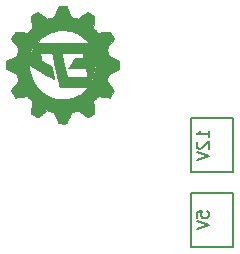
<source format=gbo>
G04 #@! TF.FileFunction,Legend,Bot*
%FSLAX46Y46*%
G04 Gerber Fmt 4.6, Leading zero omitted, Abs format (unit mm)*
G04 Created by KiCad (PCBNEW 4.0.6+dfsg1-1) date Mon Feb 26 15:47:50 2018*
%MOMM*%
%LPD*%
G01*
G04 APERTURE LIST*
%ADD10C,0.100000*%
%ADD11C,0.200000*%
%ADD12C,0.010000*%
%ADD13C,0.150000*%
G04 APERTURE END LIST*
D10*
D11*
X16581120Y4902200D02*
X20137120Y4902200D01*
X20137120Y4902200D02*
X20137120Y330200D01*
X20137120Y330200D02*
X16581120Y330200D01*
X16581120Y330200D02*
X16581120Y4902200D01*
X16581120Y6680200D02*
X20137120Y6680200D01*
X20137120Y6680200D02*
X20137120Y11252200D01*
X20137120Y11252200D02*
X16581120Y11252200D01*
X16581120Y11252200D02*
X16581120Y6680200D01*
D12*
G36*
X5601568Y20718792D02*
X5523898Y20718382D01*
X5456482Y20717720D01*
X5404129Y20716807D01*
X5371649Y20715643D01*
X5363241Y20714625D01*
X5356845Y20701098D01*
X5340602Y20664568D01*
X5315792Y20607972D01*
X5283693Y20534244D01*
X5245582Y20446321D01*
X5202738Y20347136D01*
X5158698Y20244877D01*
X5112530Y20137671D01*
X5069881Y20038906D01*
X5032028Y19951521D01*
X5000249Y19878457D01*
X4975824Y19822651D01*
X4960030Y19787044D01*
X4954183Y19774603D01*
X4939469Y19769484D01*
X4903302Y19759630D01*
X4851727Y19746636D01*
X4811275Y19736899D01*
X4731399Y19716680D01*
X4641006Y19691770D01*
X4556261Y19666672D01*
X4534249Y19659745D01*
X4395745Y19615352D01*
X3988340Y19920674D01*
X3881107Y20000894D01*
X3794036Y20065577D01*
X3724806Y20116244D01*
X3671099Y20154419D01*
X3630594Y20181626D01*
X3600972Y20199389D01*
X3579913Y20209231D01*
X3565098Y20212675D01*
X3554208Y20211245D01*
X3549269Y20209050D01*
X3527940Y20196928D01*
X3486497Y20172775D01*
X3429064Y20139015D01*
X3359763Y20098074D01*
X3282717Y20052379D01*
X3260389Y20039105D01*
X3003174Y19886106D01*
X3009503Y19832825D01*
X3012450Y19806106D01*
X3017866Y19755091D01*
X3025357Y19683562D01*
X3034532Y19595300D01*
X3044994Y19494085D01*
X3056352Y19383698D01*
X3063488Y19314102D01*
X3111145Y18848660D01*
X2944385Y18679102D01*
X2885538Y18619042D01*
X2830663Y18562619D01*
X2784126Y18514354D01*
X2750294Y18478770D01*
X2737411Y18464833D01*
X2697198Y18420121D01*
X2198316Y18476303D01*
X2083017Y18489157D01*
X1976940Y18500734D01*
X1883260Y18510704D01*
X1805154Y18518741D01*
X1745795Y18524518D01*
X1708360Y18527708D01*
X1696007Y18528070D01*
X1688460Y18515032D01*
X1669111Y18480793D01*
X1639895Y18428805D01*
X1602752Y18362517D01*
X1559616Y18285381D01*
X1528871Y18230322D01*
X1365163Y17936989D01*
X1615723Y17581211D01*
X1680401Y17489305D01*
X1741921Y17401759D01*
X1797817Y17322091D01*
X1845625Y17253817D01*
X1882881Y17200455D01*
X1907120Y17165521D01*
X1911701Y17158843D01*
X1957118Y17092253D01*
X1918981Y16961287D01*
X1899032Y16889328D01*
X1876624Y16803096D01*
X1855168Y16715922D01*
X1844521Y16670259D01*
X1808198Y16510196D01*
X883920Y16085466D01*
X883920Y15402180D01*
X1346059Y15189502D01*
X1808198Y14976825D01*
X1844521Y14817018D01*
X1863887Y14735421D01*
X1886182Y14647022D01*
X1907986Y14565181D01*
X1918981Y14526246D01*
X1957118Y14395280D01*
X1911701Y14328690D01*
X1892118Y14300354D01*
X1858735Y14252471D01*
X1814015Y14188558D01*
X1760424Y14112132D01*
X1700426Y14026710D01*
X1636485Y13935809D01*
X1615723Y13906322D01*
X1365163Y13550544D01*
X1528871Y13257211D01*
X1574893Y13174817D01*
X1616198Y13101000D01*
X1650848Y13039210D01*
X1676907Y12992899D01*
X1692439Y12965515D01*
X1695981Y12959488D01*
X1710283Y12959992D01*
X1749448Y12963376D01*
X1810303Y12969315D01*
X1889671Y12977482D01*
X1984379Y12987551D01*
X2091251Y12999196D01*
X2198291Y13011100D01*
X2697198Y13067100D01*
X2737411Y13022545D01*
X2760921Y12997399D01*
X2799904Y12956699D01*
X2849995Y12904963D01*
X2906826Y12846709D01*
X2944385Y12808431D01*
X3111145Y12638874D01*
X3063488Y12173431D01*
X3051780Y12059334D01*
X3040729Y11952122D01*
X3030728Y11855577D01*
X3022172Y11773478D01*
X3015454Y11709609D01*
X3010967Y11667748D01*
X3009503Y11654708D01*
X3003174Y11601427D01*
X3260389Y11448429D01*
X3338860Y11401839D01*
X3410738Y11359327D01*
X3471899Y11323319D01*
X3518220Y11296240D01*
X3545577Y11280516D01*
X3549269Y11278484D01*
X3559026Y11275100D01*
X3571486Y11275789D01*
X3588970Y11282074D01*
X3613797Y11295479D01*
X3648286Y11317527D01*
X3694757Y11349741D01*
X3755529Y11393645D01*
X3832923Y11450762D01*
X3929257Y11522616D01*
X3988340Y11566859D01*
X4395745Y11872181D01*
X4534249Y11827789D01*
X4614119Y11803517D01*
X4704511Y11778076D01*
X4789261Y11755968D01*
X4811275Y11750634D01*
X4869822Y11736423D01*
X4917040Y11724276D01*
X4946881Y11715787D01*
X4954152Y11712930D01*
X4960533Y11699278D01*
X4976757Y11662627D01*
X5001546Y11605919D01*
X5033621Y11532096D01*
X5071705Y11444097D01*
X5114520Y11344863D01*
X5158376Y11242947D01*
X5204506Y11135781D01*
X5247134Y11037070D01*
X5284981Y10949754D01*
X5316765Y10876772D01*
X5341209Y10821062D01*
X5357032Y10785563D01*
X5362911Y10773238D01*
X5378267Y10771292D01*
X5416984Y10769581D01*
X5474200Y10768131D01*
X5545055Y10766964D01*
X5624688Y10766107D01*
X5708239Y10765583D01*
X5790846Y10765417D01*
X5867649Y10765635D01*
X5933787Y10766260D01*
X5984399Y10767317D01*
X6014624Y10768831D01*
X6020861Y10769905D01*
X6028997Y10784142D01*
X6046862Y10821380D01*
X6073126Y10878655D01*
X6106458Y10953000D01*
X6145529Y11041453D01*
X6189010Y11141047D01*
X6232907Y11242627D01*
X6279076Y11349836D01*
X6321727Y11448605D01*
X6359582Y11535993D01*
X6391362Y11609062D01*
X6415789Y11664872D01*
X6431586Y11700483D01*
X6437435Y11712930D01*
X6452148Y11718049D01*
X6488316Y11727903D01*
X6539890Y11740897D01*
X6580343Y11750634D01*
X6660219Y11770853D01*
X6750612Y11795763D01*
X6835357Y11820861D01*
X6857368Y11827789D01*
X6995872Y11872181D01*
X7403278Y11566859D01*
X7510510Y11486639D01*
X7597582Y11421957D01*
X7666811Y11371290D01*
X7720519Y11333114D01*
X7761024Y11305907D01*
X7790646Y11288144D01*
X7811704Y11278302D01*
X7826519Y11274858D01*
X7837409Y11276289D01*
X7842349Y11278484D01*
X7863677Y11290605D01*
X7905120Y11314758D01*
X7962554Y11348518D01*
X8031855Y11389459D01*
X8108900Y11435154D01*
X8131228Y11448429D01*
X8388443Y11601427D01*
X8382115Y11654708D01*
X8379168Y11681427D01*
X8373752Y11732442D01*
X8366260Y11803971D01*
X8357086Y11892234D01*
X8346623Y11993448D01*
X8335265Y12103835D01*
X8328129Y12173431D01*
X8280472Y12638874D01*
X8447233Y12808431D01*
X8506079Y12868492D01*
X8560955Y12924915D01*
X8607492Y12973179D01*
X8641323Y13008763D01*
X8654207Y13022701D01*
X8694420Y13067412D01*
X9193301Y13011230D01*
X9308601Y12998376D01*
X9414678Y12986800D01*
X9508357Y12976829D01*
X9586464Y12968792D01*
X9645822Y12963015D01*
X9683257Y12959825D01*
X9695611Y12959463D01*
X9703157Y12972501D01*
X9722507Y13006740D01*
X9751722Y13058728D01*
X9788866Y13125016D01*
X9832001Y13202152D01*
X9862746Y13257211D01*
X10026454Y13550544D01*
X9775894Y13906322D01*
X9711216Y13998228D01*
X9649697Y14085774D01*
X9593801Y14165442D01*
X9545993Y14233716D01*
X9508737Y14287078D01*
X9484498Y14322012D01*
X9479916Y14328690D01*
X9434499Y14395280D01*
X9472636Y14526246D01*
X9492585Y14598205D01*
X9514993Y14684437D01*
X9536449Y14771612D01*
X9547097Y14817274D01*
X9583420Y14977337D01*
X10507698Y15402067D01*
X10507698Y15743767D01*
X8518031Y15743767D01*
X8513467Y15542320D01*
X8498843Y15358887D01*
X8472765Y15184621D01*
X8433835Y15010677D01*
X8380660Y14828208D01*
X8366919Y14786067D01*
X8264162Y14519914D01*
X8137130Y14266537D01*
X7987117Y14027644D01*
X7815416Y13804945D01*
X7623318Y13600146D01*
X7412118Y13414957D01*
X7226864Y13279787D01*
X7128693Y13218896D01*
X7012643Y13154649D01*
X6887141Y13091159D01*
X6760614Y13032538D01*
X6641491Y12982899D01*
X6553722Y12951286D01*
X6420337Y12912098D01*
X6275955Y12876945D01*
X6133008Y12848595D01*
X6011839Y12830710D01*
X5930757Y12824013D01*
X5830458Y12819822D01*
X5719834Y12818139D01*
X5607777Y12818968D01*
X5503182Y12822312D01*
X5414940Y12828175D01*
X5392523Y12830479D01*
X5135877Y12871671D01*
X4889562Y12935977D01*
X4647698Y13025134D01*
X4489309Y13097620D01*
X4318669Y13187245D01*
X4165635Y13280733D01*
X4019744Y13384920D01*
X3894004Y13486603D01*
X3690925Y13677012D01*
X3507803Y13886487D01*
X3345592Y14113228D01*
X3205246Y14355433D01*
X3087720Y14611303D01*
X2993969Y14879037D01*
X2924948Y15156834D01*
X2888367Y15383563D01*
X2883251Y15439908D01*
X2878902Y15516311D01*
X2875656Y15604612D01*
X2873848Y15696648D01*
X2873586Y15743767D01*
X2878151Y15945213D01*
X2892774Y16128646D01*
X2918853Y16302912D01*
X2957782Y16476856D01*
X3010958Y16659325D01*
X3024699Y16701466D01*
X3127456Y16967619D01*
X3254487Y17220996D01*
X3404500Y17459889D01*
X3576202Y17682589D01*
X3768299Y17887387D01*
X3979499Y18072576D01*
X4164753Y18207746D01*
X4262428Y18268342D01*
X4377928Y18332325D01*
X4502867Y18395600D01*
X4628860Y18454074D01*
X4747519Y18503651D01*
X4836949Y18535933D01*
X5106229Y18608926D01*
X5379612Y18654345D01*
X5655188Y18672189D01*
X5931044Y18662460D01*
X6205271Y18625156D01*
X6475958Y18560279D01*
X6554669Y18535933D01*
X6660385Y18497227D01*
X6780615Y18446119D01*
X6906972Y18386704D01*
X7031070Y18323075D01*
X7144524Y18259327D01*
X7226864Y18207746D01*
X7452669Y18039792D01*
X7660424Y17850838D01*
X7848836Y17642590D01*
X8016614Y17416759D01*
X8162463Y17175051D01*
X8285090Y16919176D01*
X8366919Y16701466D01*
X8423414Y16515936D01*
X8465356Y16340876D01*
X8494140Y16167440D01*
X8511163Y15986781D01*
X8517819Y15790054D01*
X8518031Y15743767D01*
X10507698Y15743767D01*
X10507698Y16085466D01*
X9583420Y16510196D01*
X9547097Y16670259D01*
X9527750Y16751885D01*
X9505478Y16840288D01*
X9483689Y16922135D01*
X9472636Y16961287D01*
X9434499Y17092253D01*
X9479916Y17158843D01*
X9499499Y17187179D01*
X9532883Y17235062D01*
X9577602Y17298975D01*
X9631193Y17375401D01*
X9691192Y17460823D01*
X9755132Y17551724D01*
X9775894Y17581211D01*
X10026454Y17936989D01*
X9862746Y18230322D01*
X9816723Y18312718D01*
X9775415Y18386539D01*
X9740760Y18448333D01*
X9714695Y18494650D01*
X9699157Y18522040D01*
X9695611Y18528070D01*
X9681304Y18527568D01*
X9642135Y18524175D01*
X9581277Y18518219D01*
X9501907Y18510027D01*
X9407200Y18499926D01*
X9300330Y18488244D01*
X9193301Y18476303D01*
X8694420Y18420121D01*
X8654207Y18464833D01*
X8630695Y18490033D01*
X8591708Y18530781D01*
X8541613Y18582555D01*
X8484778Y18640834D01*
X8447233Y18679102D01*
X8280472Y18848660D01*
X8328129Y19314102D01*
X8339838Y19428199D01*
X8350889Y19535411D01*
X8360889Y19631957D01*
X8369445Y19714055D01*
X8376163Y19777925D01*
X8380650Y19819785D01*
X8382115Y19832825D01*
X8388443Y19886106D01*
X8131228Y20039105D01*
X8052757Y20085694D01*
X7980880Y20128206D01*
X7919719Y20164214D01*
X7873398Y20191293D01*
X7846040Y20207017D01*
X7842349Y20209050D01*
X7832592Y20212433D01*
X7820131Y20211744D01*
X7802647Y20205459D01*
X7777821Y20192054D01*
X7743332Y20170007D01*
X7696861Y20137792D01*
X7636088Y20093888D01*
X7558694Y20036771D01*
X7462360Y19964917D01*
X7403278Y19920674D01*
X6995872Y19615352D01*
X6857368Y19659745D01*
X6777499Y19684016D01*
X6687106Y19709457D01*
X6602357Y19731565D01*
X6580343Y19736899D01*
X6521791Y19751110D01*
X6474565Y19763258D01*
X6444713Y19771747D01*
X6437435Y19774603D01*
X6431044Y19788254D01*
X6414804Y19824902D01*
X6389995Y19881607D01*
X6357894Y19955430D01*
X6319780Y20043431D01*
X6276932Y20142670D01*
X6232920Y20244877D01*
X6186756Y20352058D01*
X6144108Y20450774D01*
X6106254Y20538090D01*
X6074472Y20611071D01*
X6050040Y20666780D01*
X6034236Y20702284D01*
X6028376Y20714625D01*
X6013592Y20715974D01*
X5975396Y20717073D01*
X5918598Y20717919D01*
X5848007Y20718515D01*
X5768432Y20718858D01*
X5684682Y20718951D01*
X5601568Y20718792D01*
X5601568Y20718792D01*
G37*
X5601568Y20718792D02*
X5523898Y20718382D01*
X5456482Y20717720D01*
X5404129Y20716807D01*
X5371649Y20715643D01*
X5363241Y20714625D01*
X5356845Y20701098D01*
X5340602Y20664568D01*
X5315792Y20607972D01*
X5283693Y20534244D01*
X5245582Y20446321D01*
X5202738Y20347136D01*
X5158698Y20244877D01*
X5112530Y20137671D01*
X5069881Y20038906D01*
X5032028Y19951521D01*
X5000249Y19878457D01*
X4975824Y19822651D01*
X4960030Y19787044D01*
X4954183Y19774603D01*
X4939469Y19769484D01*
X4903302Y19759630D01*
X4851727Y19746636D01*
X4811275Y19736899D01*
X4731399Y19716680D01*
X4641006Y19691770D01*
X4556261Y19666672D01*
X4534249Y19659745D01*
X4395745Y19615352D01*
X3988340Y19920674D01*
X3881107Y20000894D01*
X3794036Y20065577D01*
X3724806Y20116244D01*
X3671099Y20154419D01*
X3630594Y20181626D01*
X3600972Y20199389D01*
X3579913Y20209231D01*
X3565098Y20212675D01*
X3554208Y20211245D01*
X3549269Y20209050D01*
X3527940Y20196928D01*
X3486497Y20172775D01*
X3429064Y20139015D01*
X3359763Y20098074D01*
X3282717Y20052379D01*
X3260389Y20039105D01*
X3003174Y19886106D01*
X3009503Y19832825D01*
X3012450Y19806106D01*
X3017866Y19755091D01*
X3025357Y19683562D01*
X3034532Y19595300D01*
X3044994Y19494085D01*
X3056352Y19383698D01*
X3063488Y19314102D01*
X3111145Y18848660D01*
X2944385Y18679102D01*
X2885538Y18619042D01*
X2830663Y18562619D01*
X2784126Y18514354D01*
X2750294Y18478770D01*
X2737411Y18464833D01*
X2697198Y18420121D01*
X2198316Y18476303D01*
X2083017Y18489157D01*
X1976940Y18500734D01*
X1883260Y18510704D01*
X1805154Y18518741D01*
X1745795Y18524518D01*
X1708360Y18527708D01*
X1696007Y18528070D01*
X1688460Y18515032D01*
X1669111Y18480793D01*
X1639895Y18428805D01*
X1602752Y18362517D01*
X1559616Y18285381D01*
X1528871Y18230322D01*
X1365163Y17936989D01*
X1615723Y17581211D01*
X1680401Y17489305D01*
X1741921Y17401759D01*
X1797817Y17322091D01*
X1845625Y17253817D01*
X1882881Y17200455D01*
X1907120Y17165521D01*
X1911701Y17158843D01*
X1957118Y17092253D01*
X1918981Y16961287D01*
X1899032Y16889328D01*
X1876624Y16803096D01*
X1855168Y16715922D01*
X1844521Y16670259D01*
X1808198Y16510196D01*
X883920Y16085466D01*
X883920Y15402180D01*
X1346059Y15189502D01*
X1808198Y14976825D01*
X1844521Y14817018D01*
X1863887Y14735421D01*
X1886182Y14647022D01*
X1907986Y14565181D01*
X1918981Y14526246D01*
X1957118Y14395280D01*
X1911701Y14328690D01*
X1892118Y14300354D01*
X1858735Y14252471D01*
X1814015Y14188558D01*
X1760424Y14112132D01*
X1700426Y14026710D01*
X1636485Y13935809D01*
X1615723Y13906322D01*
X1365163Y13550544D01*
X1528871Y13257211D01*
X1574893Y13174817D01*
X1616198Y13101000D01*
X1650848Y13039210D01*
X1676907Y12992899D01*
X1692439Y12965515D01*
X1695981Y12959488D01*
X1710283Y12959992D01*
X1749448Y12963376D01*
X1810303Y12969315D01*
X1889671Y12977482D01*
X1984379Y12987551D01*
X2091251Y12999196D01*
X2198291Y13011100D01*
X2697198Y13067100D01*
X2737411Y13022545D01*
X2760921Y12997399D01*
X2799904Y12956699D01*
X2849995Y12904963D01*
X2906826Y12846709D01*
X2944385Y12808431D01*
X3111145Y12638874D01*
X3063488Y12173431D01*
X3051780Y12059334D01*
X3040729Y11952122D01*
X3030728Y11855577D01*
X3022172Y11773478D01*
X3015454Y11709609D01*
X3010967Y11667748D01*
X3009503Y11654708D01*
X3003174Y11601427D01*
X3260389Y11448429D01*
X3338860Y11401839D01*
X3410738Y11359327D01*
X3471899Y11323319D01*
X3518220Y11296240D01*
X3545577Y11280516D01*
X3549269Y11278484D01*
X3559026Y11275100D01*
X3571486Y11275789D01*
X3588970Y11282074D01*
X3613797Y11295479D01*
X3648286Y11317527D01*
X3694757Y11349741D01*
X3755529Y11393645D01*
X3832923Y11450762D01*
X3929257Y11522616D01*
X3988340Y11566859D01*
X4395745Y11872181D01*
X4534249Y11827789D01*
X4614119Y11803517D01*
X4704511Y11778076D01*
X4789261Y11755968D01*
X4811275Y11750634D01*
X4869822Y11736423D01*
X4917040Y11724276D01*
X4946881Y11715787D01*
X4954152Y11712930D01*
X4960533Y11699278D01*
X4976757Y11662627D01*
X5001546Y11605919D01*
X5033621Y11532096D01*
X5071705Y11444097D01*
X5114520Y11344863D01*
X5158376Y11242947D01*
X5204506Y11135781D01*
X5247134Y11037070D01*
X5284981Y10949754D01*
X5316765Y10876772D01*
X5341209Y10821062D01*
X5357032Y10785563D01*
X5362911Y10773238D01*
X5378267Y10771292D01*
X5416984Y10769581D01*
X5474200Y10768131D01*
X5545055Y10766964D01*
X5624688Y10766107D01*
X5708239Y10765583D01*
X5790846Y10765417D01*
X5867649Y10765635D01*
X5933787Y10766260D01*
X5984399Y10767317D01*
X6014624Y10768831D01*
X6020861Y10769905D01*
X6028997Y10784142D01*
X6046862Y10821380D01*
X6073126Y10878655D01*
X6106458Y10953000D01*
X6145529Y11041453D01*
X6189010Y11141047D01*
X6232907Y11242627D01*
X6279076Y11349836D01*
X6321727Y11448605D01*
X6359582Y11535993D01*
X6391362Y11609062D01*
X6415789Y11664872D01*
X6431586Y11700483D01*
X6437435Y11712930D01*
X6452148Y11718049D01*
X6488316Y11727903D01*
X6539890Y11740897D01*
X6580343Y11750634D01*
X6660219Y11770853D01*
X6750612Y11795763D01*
X6835357Y11820861D01*
X6857368Y11827789D01*
X6995872Y11872181D01*
X7403278Y11566859D01*
X7510510Y11486639D01*
X7597582Y11421957D01*
X7666811Y11371290D01*
X7720519Y11333114D01*
X7761024Y11305907D01*
X7790646Y11288144D01*
X7811704Y11278302D01*
X7826519Y11274858D01*
X7837409Y11276289D01*
X7842349Y11278484D01*
X7863677Y11290605D01*
X7905120Y11314758D01*
X7962554Y11348518D01*
X8031855Y11389459D01*
X8108900Y11435154D01*
X8131228Y11448429D01*
X8388443Y11601427D01*
X8382115Y11654708D01*
X8379168Y11681427D01*
X8373752Y11732442D01*
X8366260Y11803971D01*
X8357086Y11892234D01*
X8346623Y11993448D01*
X8335265Y12103835D01*
X8328129Y12173431D01*
X8280472Y12638874D01*
X8447233Y12808431D01*
X8506079Y12868492D01*
X8560955Y12924915D01*
X8607492Y12973179D01*
X8641323Y13008763D01*
X8654207Y13022701D01*
X8694420Y13067412D01*
X9193301Y13011230D01*
X9308601Y12998376D01*
X9414678Y12986800D01*
X9508357Y12976829D01*
X9586464Y12968792D01*
X9645822Y12963015D01*
X9683257Y12959825D01*
X9695611Y12959463D01*
X9703157Y12972501D01*
X9722507Y13006740D01*
X9751722Y13058728D01*
X9788866Y13125016D01*
X9832001Y13202152D01*
X9862746Y13257211D01*
X10026454Y13550544D01*
X9775894Y13906322D01*
X9711216Y13998228D01*
X9649697Y14085774D01*
X9593801Y14165442D01*
X9545993Y14233716D01*
X9508737Y14287078D01*
X9484498Y14322012D01*
X9479916Y14328690D01*
X9434499Y14395280D01*
X9472636Y14526246D01*
X9492585Y14598205D01*
X9514993Y14684437D01*
X9536449Y14771612D01*
X9547097Y14817274D01*
X9583420Y14977337D01*
X10507698Y15402067D01*
X10507698Y15743767D01*
X8518031Y15743767D01*
X8513467Y15542320D01*
X8498843Y15358887D01*
X8472765Y15184621D01*
X8433835Y15010677D01*
X8380660Y14828208D01*
X8366919Y14786067D01*
X8264162Y14519914D01*
X8137130Y14266537D01*
X7987117Y14027644D01*
X7815416Y13804945D01*
X7623318Y13600146D01*
X7412118Y13414957D01*
X7226864Y13279787D01*
X7128693Y13218896D01*
X7012643Y13154649D01*
X6887141Y13091159D01*
X6760614Y13032538D01*
X6641491Y12982899D01*
X6553722Y12951286D01*
X6420337Y12912098D01*
X6275955Y12876945D01*
X6133008Y12848595D01*
X6011839Y12830710D01*
X5930757Y12824013D01*
X5830458Y12819822D01*
X5719834Y12818139D01*
X5607777Y12818968D01*
X5503182Y12822312D01*
X5414940Y12828175D01*
X5392523Y12830479D01*
X5135877Y12871671D01*
X4889562Y12935977D01*
X4647698Y13025134D01*
X4489309Y13097620D01*
X4318669Y13187245D01*
X4165635Y13280733D01*
X4019744Y13384920D01*
X3894004Y13486603D01*
X3690925Y13677012D01*
X3507803Y13886487D01*
X3345592Y14113228D01*
X3205246Y14355433D01*
X3087720Y14611303D01*
X2993969Y14879037D01*
X2924948Y15156834D01*
X2888367Y15383563D01*
X2883251Y15439908D01*
X2878902Y15516311D01*
X2875656Y15604612D01*
X2873848Y15696648D01*
X2873586Y15743767D01*
X2878151Y15945213D01*
X2892774Y16128646D01*
X2918853Y16302912D01*
X2957782Y16476856D01*
X3010958Y16659325D01*
X3024699Y16701466D01*
X3127456Y16967619D01*
X3254487Y17220996D01*
X3404500Y17459889D01*
X3576202Y17682589D01*
X3768299Y17887387D01*
X3979499Y18072576D01*
X4164753Y18207746D01*
X4262428Y18268342D01*
X4377928Y18332325D01*
X4502867Y18395600D01*
X4628860Y18454074D01*
X4747519Y18503651D01*
X4836949Y18535933D01*
X5106229Y18608926D01*
X5379612Y18654345D01*
X5655188Y18672189D01*
X5931044Y18662460D01*
X6205271Y18625156D01*
X6475958Y18560279D01*
X6554669Y18535933D01*
X6660385Y18497227D01*
X6780615Y18446119D01*
X6906972Y18386704D01*
X7031070Y18323075D01*
X7144524Y18259327D01*
X7226864Y18207746D01*
X7452669Y18039792D01*
X7660424Y17850838D01*
X7848836Y17642590D01*
X8016614Y17416759D01*
X8162463Y17175051D01*
X8285090Y16919176D01*
X8366919Y16701466D01*
X8423414Y16515936D01*
X8465356Y16340876D01*
X8494140Y16167440D01*
X8511163Y15986781D01*
X8517819Y15790054D01*
X8518031Y15743767D01*
X10507698Y15743767D01*
X10507698Y16085466D01*
X9583420Y16510196D01*
X9547097Y16670259D01*
X9527750Y16751885D01*
X9505478Y16840288D01*
X9483689Y16922135D01*
X9472636Y16961287D01*
X9434499Y17092253D01*
X9479916Y17158843D01*
X9499499Y17187179D01*
X9532883Y17235062D01*
X9577602Y17298975D01*
X9631193Y17375401D01*
X9691192Y17460823D01*
X9755132Y17551724D01*
X9775894Y17581211D01*
X10026454Y17936989D01*
X9862746Y18230322D01*
X9816723Y18312718D01*
X9775415Y18386539D01*
X9740760Y18448333D01*
X9714695Y18494650D01*
X9699157Y18522040D01*
X9695611Y18528070D01*
X9681304Y18527568D01*
X9642135Y18524175D01*
X9581277Y18518219D01*
X9501907Y18510027D01*
X9407200Y18499926D01*
X9300330Y18488244D01*
X9193301Y18476303D01*
X8694420Y18420121D01*
X8654207Y18464833D01*
X8630695Y18490033D01*
X8591708Y18530781D01*
X8541613Y18582555D01*
X8484778Y18640834D01*
X8447233Y18679102D01*
X8280472Y18848660D01*
X8328129Y19314102D01*
X8339838Y19428199D01*
X8350889Y19535411D01*
X8360889Y19631957D01*
X8369445Y19714055D01*
X8376163Y19777925D01*
X8380650Y19819785D01*
X8382115Y19832825D01*
X8388443Y19886106D01*
X8131228Y20039105D01*
X8052757Y20085694D01*
X7980880Y20128206D01*
X7919719Y20164214D01*
X7873398Y20191293D01*
X7846040Y20207017D01*
X7842349Y20209050D01*
X7832592Y20212433D01*
X7820131Y20211744D01*
X7802647Y20205459D01*
X7777821Y20192054D01*
X7743332Y20170007D01*
X7696861Y20137792D01*
X7636088Y20093888D01*
X7558694Y20036771D01*
X7462360Y19964917D01*
X7403278Y19920674D01*
X6995872Y19615352D01*
X6857368Y19659745D01*
X6777499Y19684016D01*
X6687106Y19709457D01*
X6602357Y19731565D01*
X6580343Y19736899D01*
X6521791Y19751110D01*
X6474565Y19763258D01*
X6444713Y19771747D01*
X6437435Y19774603D01*
X6431044Y19788254D01*
X6414804Y19824902D01*
X6389995Y19881607D01*
X6357894Y19955430D01*
X6319780Y20043431D01*
X6276932Y20142670D01*
X6232920Y20244877D01*
X6186756Y20352058D01*
X6144108Y20450774D01*
X6106254Y20538090D01*
X6074472Y20611071D01*
X6050040Y20666780D01*
X6034236Y20702284D01*
X6028376Y20714625D01*
X6013592Y20715974D01*
X5975396Y20717073D01*
X5918598Y20717919D01*
X5848007Y20718515D01*
X5768432Y20718858D01*
X5684682Y20718951D01*
X5601568Y20718792D01*
G36*
X6972412Y11818752D02*
X6953193Y11807716D01*
X6961406Y11801030D01*
X6980753Y11799711D01*
X7000427Y11804921D01*
X7001467Y11813206D01*
X6983110Y11820893D01*
X6972412Y11818752D01*
X6972412Y11818752D01*
G37*
X6972412Y11818752D02*
X6953193Y11807716D01*
X6961406Y11801030D01*
X6980753Y11799711D01*
X7000427Y11804921D01*
X7001467Y11813206D01*
X6983110Y11820893D01*
X6972412Y11818752D01*
G36*
X6434733Y17599288D02*
X6241831Y17598995D01*
X6074275Y17598460D01*
X5930629Y17597646D01*
X5809455Y17596515D01*
X5709316Y17595030D01*
X5628773Y17593154D01*
X5566391Y17590848D01*
X5520730Y17588076D01*
X5490355Y17584799D01*
X5473827Y17580981D01*
X5469709Y17576583D01*
X5476564Y17571568D01*
X5483697Y17568804D01*
X5489982Y17554342D01*
X5501200Y17515675D01*
X5516509Y17456221D01*
X5535069Y17379401D01*
X5556039Y17288632D01*
X5578580Y17187336D01*
X5587161Y17147822D01*
X5676960Y16731544D01*
X6530915Y16727908D01*
X7384869Y16724272D01*
X7424240Y16544464D01*
X7439504Y16475673D01*
X7453081Y16416189D01*
X7463618Y16371817D01*
X7469763Y16348364D01*
X7470219Y16347017D01*
X7466540Y16341425D01*
X7449102Y16337071D01*
X7415340Y16333827D01*
X7362686Y16331567D01*
X7288572Y16330163D01*
X7190430Y16329487D01*
X7114847Y16329378D01*
X6752867Y16329378D01*
X6474810Y15909572D01*
X6410447Y15812304D01*
X6351089Y15722418D01*
X6298526Y15642638D01*
X6254547Y15575689D01*
X6220942Y15524293D01*
X6199499Y15491176D01*
X6192049Y15479183D01*
X6204802Y15477152D01*
X6243180Y15475249D01*
X6304585Y15473512D01*
X6386422Y15471978D01*
X6486092Y15470685D01*
X6600998Y15469671D01*
X6728544Y15468973D01*
X6866132Y15468630D01*
X6921349Y15468600D01*
X7084370Y15468552D01*
X7221435Y15468359D01*
X7334811Y15467945D01*
X7426762Y15467235D01*
X7499557Y15466152D01*
X7555461Y15464623D01*
X7596739Y15462570D01*
X7625659Y15459918D01*
X7644486Y15456593D01*
X7655487Y15452518D01*
X7660928Y15447618D01*
X7662572Y15443905D01*
X7667457Y15423754D01*
X7677098Y15381212D01*
X7690546Y15320665D01*
X7706850Y15246500D01*
X7725060Y15163105D01*
X7744228Y15074866D01*
X7763403Y14986170D01*
X7781635Y14901404D01*
X7797974Y14824955D01*
X7811472Y14761209D01*
X7821177Y14714554D01*
X7826141Y14689377D01*
X7826586Y14686333D01*
X7812878Y14684922D01*
X7773360Y14683592D01*
X7710446Y14682363D01*
X7626549Y14681259D01*
X7524083Y14680301D01*
X7405460Y14679512D01*
X7273093Y14678914D01*
X7129396Y14678529D01*
X6976782Y14678379D01*
X6961693Y14678378D01*
X6096800Y14678378D01*
X5808160Y14280796D01*
X5739989Y14187083D01*
X5676547Y14100226D01*
X5619864Y14022980D01*
X5571971Y13958094D01*
X5534896Y13908322D01*
X5510672Y13876416D01*
X5501830Y13865526D01*
X5486618Y13846351D01*
X5484142Y13839775D01*
X5497905Y13838534D01*
X5537805Y13837352D01*
X5601754Y13836243D01*
X5687666Y13835221D01*
X5793456Y13834301D01*
X5917036Y13833497D01*
X6056321Y13832825D01*
X6209224Y13832297D01*
X6373660Y13831930D01*
X6547541Y13831737D01*
X6641268Y13831711D01*
X7798394Y13831711D01*
X7865407Y13917585D01*
X8028846Y14149572D01*
X8169441Y14396512D01*
X8286079Y14655667D01*
X8377645Y14924300D01*
X8443025Y15199676D01*
X8474883Y15415127D01*
X8489261Y15630713D01*
X8487884Y15858627D01*
X8471244Y16088124D01*
X8439838Y16308459D01*
X8431815Y16350544D01*
X8385978Y16537750D01*
X8322842Y16731796D01*
X8245258Y16926455D01*
X8156076Y17115498D01*
X8058146Y17292698D01*
X7954321Y17451827D01*
X7887648Y17539405D01*
X7838808Y17599378D01*
X6654420Y17599378D01*
X6434733Y17599288D01*
X6434733Y17599288D01*
G37*
X6434733Y17599288D02*
X6241831Y17598995D01*
X6074275Y17598460D01*
X5930629Y17597646D01*
X5809455Y17596515D01*
X5709316Y17595030D01*
X5628773Y17593154D01*
X5566391Y17590848D01*
X5520730Y17588076D01*
X5490355Y17584799D01*
X5473827Y17580981D01*
X5469709Y17576583D01*
X5476564Y17571568D01*
X5483697Y17568804D01*
X5489982Y17554342D01*
X5501200Y17515675D01*
X5516509Y17456221D01*
X5535069Y17379401D01*
X5556039Y17288632D01*
X5578580Y17187336D01*
X5587161Y17147822D01*
X5676960Y16731544D01*
X6530915Y16727908D01*
X7384869Y16724272D01*
X7424240Y16544464D01*
X7439504Y16475673D01*
X7453081Y16416189D01*
X7463618Y16371817D01*
X7469763Y16348364D01*
X7470219Y16347017D01*
X7466540Y16341425D01*
X7449102Y16337071D01*
X7415340Y16333827D01*
X7362686Y16331567D01*
X7288572Y16330163D01*
X7190430Y16329487D01*
X7114847Y16329378D01*
X6752867Y16329378D01*
X6474810Y15909572D01*
X6410447Y15812304D01*
X6351089Y15722418D01*
X6298526Y15642638D01*
X6254547Y15575689D01*
X6220942Y15524293D01*
X6199499Y15491176D01*
X6192049Y15479183D01*
X6204802Y15477152D01*
X6243180Y15475249D01*
X6304585Y15473512D01*
X6386422Y15471978D01*
X6486092Y15470685D01*
X6600998Y15469671D01*
X6728544Y15468973D01*
X6866132Y15468630D01*
X6921349Y15468600D01*
X7084370Y15468552D01*
X7221435Y15468359D01*
X7334811Y15467945D01*
X7426762Y15467235D01*
X7499557Y15466152D01*
X7555461Y15464623D01*
X7596739Y15462570D01*
X7625659Y15459918D01*
X7644486Y15456593D01*
X7655487Y15452518D01*
X7660928Y15447618D01*
X7662572Y15443905D01*
X7667457Y15423754D01*
X7677098Y15381212D01*
X7690546Y15320665D01*
X7706850Y15246500D01*
X7725060Y15163105D01*
X7744228Y15074866D01*
X7763403Y14986170D01*
X7781635Y14901404D01*
X7797974Y14824955D01*
X7811472Y14761209D01*
X7821177Y14714554D01*
X7826141Y14689377D01*
X7826586Y14686333D01*
X7812878Y14684922D01*
X7773360Y14683592D01*
X7710446Y14682363D01*
X7626549Y14681259D01*
X7524083Y14680301D01*
X7405460Y14679512D01*
X7273093Y14678914D01*
X7129396Y14678529D01*
X6976782Y14678379D01*
X6961693Y14678378D01*
X6096800Y14678378D01*
X5808160Y14280796D01*
X5739989Y14187083D01*
X5676547Y14100226D01*
X5619864Y14022980D01*
X5571971Y13958094D01*
X5534896Y13908322D01*
X5510672Y13876416D01*
X5501830Y13865526D01*
X5486618Y13846351D01*
X5484142Y13839775D01*
X5497905Y13838534D01*
X5537805Y13837352D01*
X5601754Y13836243D01*
X5687666Y13835221D01*
X5793456Y13834301D01*
X5917036Y13833497D01*
X6056321Y13832825D01*
X6209224Y13832297D01*
X6373660Y13831930D01*
X6547541Y13831737D01*
X6641268Y13831711D01*
X7798394Y13831711D01*
X7865407Y13917585D01*
X8028846Y14149572D01*
X8169441Y14396512D01*
X8286079Y14655667D01*
X8377645Y14924300D01*
X8443025Y15199676D01*
X8474883Y15415127D01*
X8489261Y15630713D01*
X8487884Y15858627D01*
X8471244Y16088124D01*
X8439838Y16308459D01*
X8431815Y16350544D01*
X8385978Y16537750D01*
X8322842Y16731796D01*
X8245258Y16926455D01*
X8156076Y17115498D01*
X8058146Y17292698D01*
X7954321Y17451827D01*
X7887648Y17539405D01*
X7838808Y17599378D01*
X6654420Y17599378D01*
X6434733Y17599288D01*
G36*
X3503970Y17539405D02*
X3395464Y17391285D01*
X3291712Y17220982D01*
X3195438Y17034463D01*
X3109372Y16837697D01*
X3036238Y16636649D01*
X2978765Y16437287D01*
X2957447Y16343489D01*
X2940109Y16245358D01*
X2931559Y16156120D01*
X2932063Y16068020D01*
X2941885Y15973307D01*
X2961290Y15864224D01*
X2976169Y15795180D01*
X3021753Y15592594D01*
X4002475Y15059370D01*
X4156072Y14975933D01*
X4302386Y14896596D01*
X4439542Y14822367D01*
X4565665Y14754255D01*
X4678881Y14693266D01*
X4777314Y14640410D01*
X4859089Y14596694D01*
X4922332Y14563126D01*
X4965168Y14540714D01*
X4985722Y14530466D01*
X4987297Y14529926D01*
X4985156Y14543793D01*
X4977759Y14581583D01*
X4965888Y14639649D01*
X4950326Y14714347D01*
X4931856Y14802029D01*
X4911261Y14899050D01*
X4889325Y15001765D01*
X4866830Y15106527D01*
X4844560Y15209690D01*
X4823297Y15307610D01*
X4803824Y15396640D01*
X4786926Y15473134D01*
X4773384Y15533446D01*
X4763982Y15573930D01*
X4759502Y15590942D01*
X4759350Y15591217D01*
X4746908Y15598536D01*
X4712739Y15618106D01*
X4659695Y15648309D01*
X4590626Y15687526D01*
X4508385Y15734135D01*
X4415822Y15786520D01*
X4340821Y15828917D01*
X4241847Y15884963D01*
X4150633Y15936850D01*
X4070113Y15982891D01*
X4003223Y16021398D01*
X3952896Y16050683D01*
X3922068Y16069059D01*
X3913542Y16074633D01*
X3907892Y16090794D01*
X3897879Y16130484D01*
X3884387Y16189501D01*
X3868300Y16263643D01*
X3850502Y16348709D01*
X3831877Y16440496D01*
X3813309Y16534804D01*
X3795683Y16627431D01*
X3784979Y16685683D01*
X3775419Y16738600D01*
X4298169Y16738600D01*
X4433913Y16738515D01*
X4544071Y16738181D01*
X4631282Y16737479D01*
X4698181Y16736291D01*
X4747407Y16734500D01*
X4781595Y16731985D01*
X4803382Y16728630D01*
X4815407Y16724315D01*
X4820305Y16718922D01*
X4820920Y16715133D01*
X4823867Y16697940D01*
X4832381Y16655434D01*
X4845974Y16589867D01*
X4864157Y16503490D01*
X4886439Y16398554D01*
X4912331Y16277312D01*
X4941345Y16142014D01*
X4972992Y15994913D01*
X5006781Y15838260D01*
X5042223Y15674306D01*
X5078831Y15505304D01*
X5116113Y15333504D01*
X5153581Y15161158D01*
X5190745Y14990518D01*
X5227117Y14823835D01*
X5262207Y14663361D01*
X5295526Y14511347D01*
X5326585Y14370046D01*
X5354893Y14241708D01*
X5379963Y14128585D01*
X5401305Y14032929D01*
X5418429Y13956992D01*
X5430846Y13903024D01*
X5438068Y13873277D01*
X5439522Y13868317D01*
X5445257Y13864534D01*
X5456692Y13870970D01*
X5475329Y13889493D01*
X5502672Y13921969D01*
X5540224Y13970263D01*
X5589487Y14036243D01*
X5651967Y14121773D01*
X5723679Y14221095D01*
X5791361Y14314985D01*
X5855717Y14403908D01*
X5914393Y14484637D01*
X5965036Y14553950D01*
X6005295Y14608622D01*
X6032815Y14645429D01*
X6041941Y14657229D01*
X6087057Y14713691D01*
X5768338Y16156534D01*
X5449618Y17599378D01*
X3552809Y17599378D01*
X3503970Y17539405D01*
X3503970Y17539405D01*
G37*
X3503970Y17539405D02*
X3395464Y17391285D01*
X3291712Y17220982D01*
X3195438Y17034463D01*
X3109372Y16837697D01*
X3036238Y16636649D01*
X2978765Y16437287D01*
X2957447Y16343489D01*
X2940109Y16245358D01*
X2931559Y16156120D01*
X2932063Y16068020D01*
X2941885Y15973307D01*
X2961290Y15864224D01*
X2976169Y15795180D01*
X3021753Y15592594D01*
X4002475Y15059370D01*
X4156072Y14975933D01*
X4302386Y14896596D01*
X4439542Y14822367D01*
X4565665Y14754255D01*
X4678881Y14693266D01*
X4777314Y14640410D01*
X4859089Y14596694D01*
X4922332Y14563126D01*
X4965168Y14540714D01*
X4985722Y14530466D01*
X4987297Y14529926D01*
X4985156Y14543793D01*
X4977759Y14581583D01*
X4965888Y14639649D01*
X4950326Y14714347D01*
X4931856Y14802029D01*
X4911261Y14899050D01*
X4889325Y15001765D01*
X4866830Y15106527D01*
X4844560Y15209690D01*
X4823297Y15307610D01*
X4803824Y15396640D01*
X4786926Y15473134D01*
X4773384Y15533446D01*
X4763982Y15573930D01*
X4759502Y15590942D01*
X4759350Y15591217D01*
X4746908Y15598536D01*
X4712739Y15618106D01*
X4659695Y15648309D01*
X4590626Y15687526D01*
X4508385Y15734135D01*
X4415822Y15786520D01*
X4340821Y15828917D01*
X4241847Y15884963D01*
X4150633Y15936850D01*
X4070113Y15982891D01*
X4003223Y16021398D01*
X3952896Y16050683D01*
X3922068Y16069059D01*
X3913542Y16074633D01*
X3907892Y16090794D01*
X3897879Y16130484D01*
X3884387Y16189501D01*
X3868300Y16263643D01*
X3850502Y16348709D01*
X3831877Y16440496D01*
X3813309Y16534804D01*
X3795683Y16627431D01*
X3784979Y16685683D01*
X3775419Y16738600D01*
X4298169Y16738600D01*
X4433913Y16738515D01*
X4544071Y16738181D01*
X4631282Y16737479D01*
X4698181Y16736291D01*
X4747407Y16734500D01*
X4781595Y16731985D01*
X4803382Y16728630D01*
X4815407Y16724315D01*
X4820305Y16718922D01*
X4820920Y16715133D01*
X4823867Y16697940D01*
X4832381Y16655434D01*
X4845974Y16589867D01*
X4864157Y16503490D01*
X4886439Y16398554D01*
X4912331Y16277312D01*
X4941345Y16142014D01*
X4972992Y15994913D01*
X5006781Y15838260D01*
X5042223Y15674306D01*
X5078831Y15505304D01*
X5116113Y15333504D01*
X5153581Y15161158D01*
X5190745Y14990518D01*
X5227117Y14823835D01*
X5262207Y14663361D01*
X5295526Y14511347D01*
X5326585Y14370046D01*
X5354893Y14241708D01*
X5379963Y14128585D01*
X5401305Y14032929D01*
X5418429Y13956992D01*
X5430846Y13903024D01*
X5438068Y13873277D01*
X5439522Y13868317D01*
X5445257Y13864534D01*
X5456692Y13870970D01*
X5475329Y13889493D01*
X5502672Y13921969D01*
X5540224Y13970263D01*
X5589487Y14036243D01*
X5651967Y14121773D01*
X5723679Y14221095D01*
X5791361Y14314985D01*
X5855717Y14403908D01*
X5914393Y14484637D01*
X5965036Y14553950D01*
X6005295Y14608622D01*
X6032815Y14645429D01*
X6041941Y14657229D01*
X6087057Y14713691D01*
X5768338Y16156534D01*
X5449618Y17599378D01*
X3552809Y17599378D01*
X3503970Y17539405D01*
D13*
X17049501Y2806676D02*
X17049501Y3282867D01*
X17525691Y3330486D01*
X17478072Y3282867D01*
X17430453Y3187629D01*
X17430453Y2949533D01*
X17478072Y2854295D01*
X17525691Y2806676D01*
X17620930Y2759057D01*
X17859025Y2759057D01*
X17954263Y2806676D01*
X18001882Y2854295D01*
X18049501Y2949533D01*
X18049501Y3187629D01*
X18001882Y3282867D01*
X17954263Y3330486D01*
X17049501Y2473343D02*
X18049501Y2140010D01*
X17049501Y1806676D01*
X18049501Y9585247D02*
X18049501Y10156676D01*
X18049501Y9870962D02*
X17049501Y9870962D01*
X17192358Y9966200D01*
X17287596Y10061438D01*
X17335215Y10156676D01*
X17144739Y9204295D02*
X17097120Y9156676D01*
X17049501Y9061438D01*
X17049501Y8823342D01*
X17097120Y8728104D01*
X17144739Y8680485D01*
X17239977Y8632866D01*
X17335215Y8632866D01*
X17478072Y8680485D01*
X18049501Y9251914D01*
X18049501Y8632866D01*
X17049501Y8347152D02*
X18049501Y8013819D01*
X17049501Y7680485D01*
M02*

</source>
